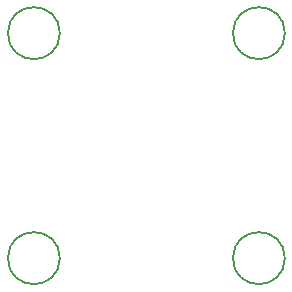
<source format=gbr>
%TF.GenerationSoftware,KiCad,Pcbnew,8.0.4*%
%TF.CreationDate,2024-10-25T17:05:04-04:00*%
%TF.ProjectId,ActiveImpactor_NoseAccelerometer,41637469-7665-4496-9d70-6163746f725f,rev?*%
%TF.SameCoordinates,Original*%
%TF.FileFunction,Other,Comment*%
%FSLAX46Y46*%
G04 Gerber Fmt 4.6, Leading zero omitted, Abs format (unit mm)*
G04 Created by KiCad (PCBNEW 8.0.4) date 2024-10-25 17:05:04*
%MOMM*%
%LPD*%
G01*
G04 APERTURE LIST*
%ADD10C,0.150000*%
G04 APERTURE END LIST*
D10*
%TO.C,H104*%
X-7325000Y9525000D02*
G75*
G02*
X-11725000Y9525000I-2200000J0D01*
G01*
X-11725000Y9525000D02*
G75*
G02*
X-7325000Y9525000I2200000J0D01*
G01*
%TO.C,H103*%
X-7325000Y-9525000D02*
G75*
G02*
X-11725000Y-9525000I-2200000J0D01*
G01*
X-11725000Y-9525000D02*
G75*
G02*
X-7325000Y-9525000I2200000J0D01*
G01*
%TO.C,H102*%
X11725000Y9525000D02*
G75*
G02*
X7325000Y9525000I-2200000J0D01*
G01*
X7325000Y9525000D02*
G75*
G02*
X11725000Y9525000I2200000J0D01*
G01*
%TO.C,H101*%
X11725000Y-9525000D02*
G75*
G02*
X7325000Y-9525000I-2200000J0D01*
G01*
X7325000Y-9525000D02*
G75*
G02*
X11725000Y-9525000I2200000J0D01*
G01*
%TD*%
M02*

</source>
